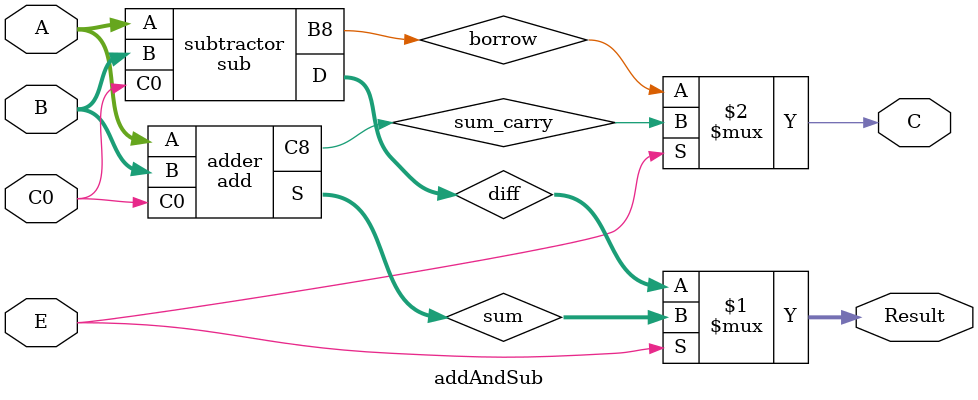
<source format=v>
`timescale 1ns / 1ps

module full_add(
    input wire Ai,
    input wire Bi,
    input wire Ci,
    output reg Si,
    output reg Ciout
);
    wire S = Ci ^ Ai ^ Bi;
    wire C = Ai & Bi | (Ai ^ Bi) & Ci;

    always @ (*) begin
        Si = S;
        Ciout = C;
    end  
endmodule

module add(
    input wire [7:0] A,
    input wire [7:0] B,
    input wire C0,
    output wire [7:0] S,
    output wire C8
);
    wire C1, C2, C3, C4, C5, C6, C7;

    full_add f0(
        .Ai(A[0]),
        .Bi(B[0]),
        .Ci(C0),
        .Si(S[0]),
        .Ciout(C1)
    );

    full_add f1(
        .Ai(A[1]),
        .Bi(B[1]),
        .Ci(C1),
        .Si(S[1]),
        .Ciout(C2)
    );

    full_add f2(
        .Ai(A[2]),
        .Bi(B[2]),
        .Ci(C2),
        .Si(S[2]),
        .Ciout(C3)
    );

    full_add f3(
        .Ai(A[3]),
        .Bi(B[3]),
        .Ci(C3),
        .Si(S[3]),
        .Ciout(C4)
    );

    full_add f4(
        .Ai(A[4]),
        .Bi(B[4]),
        .Ci(C4),
        .Si(S[4]),
        .Ciout(C5)
    );

    full_add f5(
        .Ai(A[5]),
        .Bi(B[5]),
        .Ci(C5),
        .Si(S[5]),
        .Ciout(C6)
    );

    full_add f6(
        .Ai(A[6]),
        .Bi(B[6]),
        .Ci(C6),
        .Si(S[6]),
        .Ciout(C7)
    );

    full_add f7(
        .Ai(A[7]),
        .Bi(B[7]),
        .Ci(C7),
        .Si(S[7]),
        .Ciout(C8)
    );
endmodule

module full_sub(
    input wire A,
    input wire B,
    input wire Cin,
    output reg D,
    output reg Co
);

    always @ (*) begin
        D = A ^ (B ^ Cin);
        Co = ~A & (B ^ Cin) | Cin & B;
    end  
endmodule

module sub(
    input wire [7:0] A,
    input wire [7:0] B,
    input wire C0,
    output wire [7:0] D,
    output wire B8
);
    wire B1, B2, B3, B4, B5, B6, B7;

    full_sub s0(
        .A(A[0]),
        .B(B[0]),
        .Cin(C0),
        .D(D[0]),
        .Co(B1)
    );

    full_sub s1(
        .A(A[1]),
        .B(B[1]),
        .Cin(B1),
        .D(D[1]),
        .Co(B2)
    );

    full_sub s2(
        .A(A[2]),
        .B(B[2]),
        .Cin(B2),
        .D(D[2]),
        .Co(B3)
    );

    full_sub s3(
        .A(A[3]),
        .B(B[3]),
        .Cin(B3),
        .D(D[3]),
        .Co(B4)
    );

    full_sub s4(
        .A(A[4]),
        .B(B[4]),
        .Cin(B4),
        .D(D[4]),
        .Co(B5)
    );

    full_sub s5(
        .A(A[5]),
        .B(B[5]),
        .Cin(B5),
        .D(D[5]),
        .Co(B6)
    );

    full_sub s6(
        .A(A[6]),
        .B(B[6]),
        .Cin(B6),
        .D(D[6]),
        .Co(B7)
    );

    full_sub s7(
        .A(A[7]),
        .B(B[7]),
        .Cin(B7),
        .D(D[7]),
        .Co(B8)
    );
endmodule



module addAndSub(
    input wire [7:0] A,
    input wire [7:0] B,
    input wire E,  // ¿ØÖÆÐÅºÅ£¬1±íÊ¾¼Ó·¨£¬0±íÊ¾¼õ·¨
    input wire C0,
    output wire [7:0] Result,
    output wire C
);
    wire [7:0] sum;
    wire [7:0] diff;
    wire sum_carry;
    wire borrow;

    add adder(
        .A(A),
        .B(B),
        .C0(C0),
        .S(sum),
        .C8(sum_carry)
    );

    sub subtractor(
        .A(A),
        .B(B),
        .C0(C0),
        .D(diff),
        .B8(borrow)
    );

    assign Result = (E) ? sum : diff;
    assign C = (E) ? sum_carry : borrow;

endmodule


</source>
